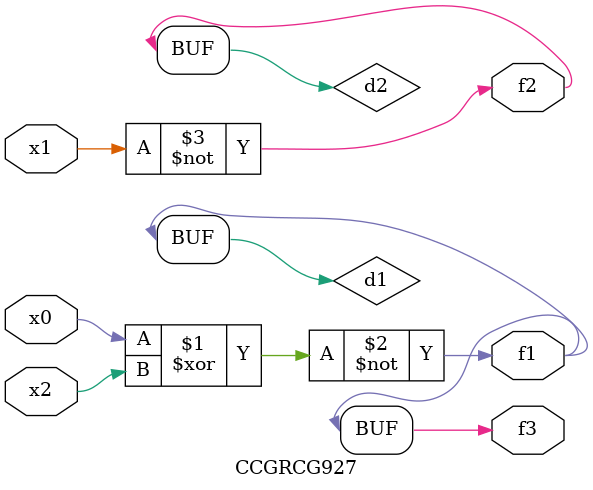
<source format=v>
module CCGRCG927(
	input x0, x1, x2,
	output f1, f2, f3
);

	wire d1, d2, d3;

	xnor (d1, x0, x2);
	nand (d2, x1);
	nor (d3, x1, x2);
	assign f1 = d1;
	assign f2 = d2;
	assign f3 = d1;
endmodule

</source>
